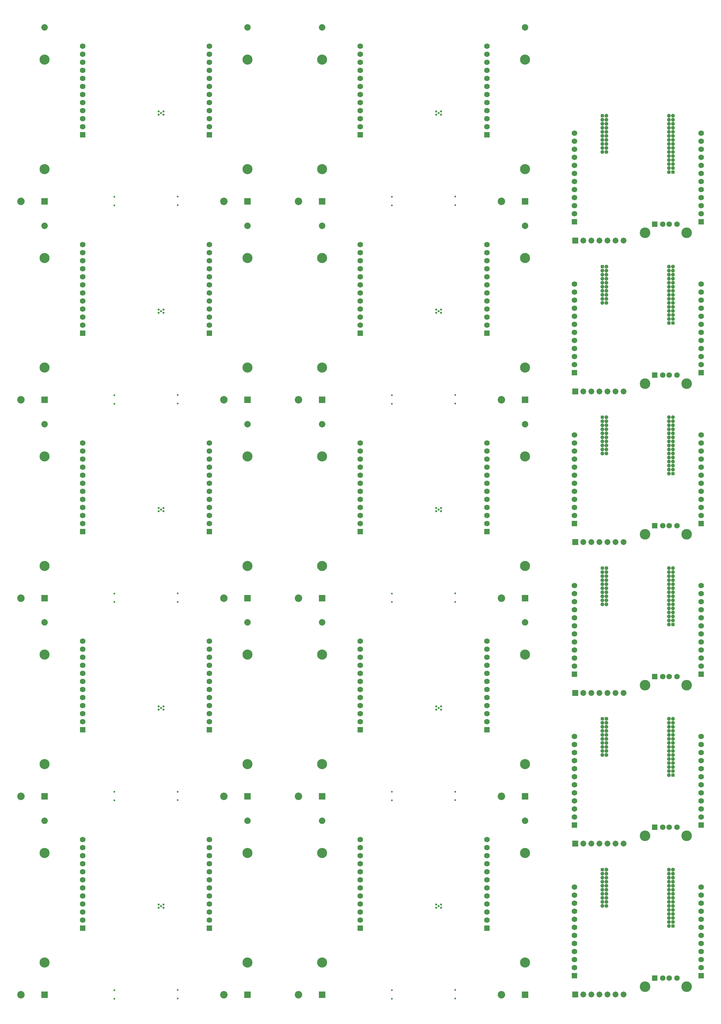
<source format=gbr>
G75*
G70*
%OFA0B0*%
%FSLAX25Y25*%
%IPPOS*%
%LPD*%
%AMOC8*
5,1,8,0,0,1.08239X$1,22.5*
%
%ADD10R,0.06930X0.06930*%
%ADD13C,0.02520*%
%ADD14C,0.02360*%
%ADD24R,0.07240X0.07240*%
%ADD30C,0.06850*%
%ADD34R,0.08030X0.08030*%
%ADD41C,0.07240*%
%ADD44C,0.06930*%
%ADD45C,0.08030*%
%ADD47R,0.06850X0.06850*%
%ADD54C,0.09290*%
%ADD61C,0.12520*%
%ADD69R,0.04490X0.04490*%
%ADD72C,0.04880*%
%ADD76C,0.13150*%
X0000000Y0000000D02*
G75*
G01*
%LPD*%
D34*
X0041340Y0010900D03*
D45*
X0041340Y0226890D03*
D61*
X0041340Y0050900D03*
X0041340Y0186890D03*
D54*
X0011930Y0010900D03*
D10*
X0088590Y0093540D03*
D44*
X0088590Y0103540D03*
X0088590Y0113540D03*
X0088590Y0123540D03*
X0088590Y0133540D03*
X0088590Y0143540D03*
X0088590Y0153540D03*
X0088590Y0163540D03*
X0088590Y0173540D03*
X0088590Y0183540D03*
X0088590Y0193540D03*
X0088590Y0203540D03*
D10*
X0246070Y0093540D03*
D44*
X0246070Y0103540D03*
X0246070Y0113540D03*
X0246070Y0123540D03*
X0246070Y0133540D03*
X0246070Y0143540D03*
X0246070Y0153540D03*
X0246070Y0163540D03*
X0246070Y0173540D03*
X0246070Y0183540D03*
X0246070Y0193540D03*
X0246070Y0203540D03*
D13*
X0183030Y0122700D03*
X0183030Y0118770D03*
X0188940Y0122700D03*
X0185990Y0120740D03*
X0188940Y0118770D03*
D14*
X0206700Y0016810D03*
X0206700Y0006180D03*
X0127960Y0016620D03*
X0127960Y0005990D03*
D34*
X0293310Y0010900D03*
D45*
X0293310Y0226890D03*
D61*
X0293310Y0050900D03*
X0293310Y0186890D03*
D54*
X0263900Y0010900D03*
X0000000Y0246200D02*
G75*
G01*
%LPD*%
D34*
X0041340Y0257100D03*
D45*
X0041340Y0473090D03*
D61*
X0041340Y0297100D03*
X0041340Y0433090D03*
D54*
X0011930Y0257100D03*
D10*
X0088590Y0339740D03*
D44*
X0088590Y0349740D03*
X0088590Y0359740D03*
X0088590Y0369740D03*
X0088590Y0379740D03*
X0088590Y0389740D03*
X0088590Y0399740D03*
X0088590Y0409740D03*
X0088590Y0419740D03*
X0088590Y0429740D03*
X0088590Y0439740D03*
X0088590Y0449740D03*
D10*
X0246070Y0339740D03*
D44*
X0246070Y0349740D03*
X0246070Y0359740D03*
X0246070Y0369740D03*
X0246070Y0379740D03*
X0246070Y0389740D03*
X0246070Y0399740D03*
X0246070Y0409740D03*
X0246070Y0419740D03*
X0246070Y0429740D03*
X0246070Y0439740D03*
X0246070Y0449740D03*
D13*
X0183030Y0368900D03*
X0183030Y0364970D03*
X0188940Y0368900D03*
X0185990Y0366940D03*
X0188940Y0364970D03*
D14*
X0206700Y0263010D03*
X0206700Y0252380D03*
X0127960Y0262820D03*
X0127960Y0252190D03*
D34*
X0293310Y0257100D03*
D45*
X0293310Y0473090D03*
D61*
X0293310Y0297100D03*
X0293310Y0433090D03*
D54*
X0263900Y0257100D03*
X0344700Y0000000D02*
G75*
G01*
%LPD*%
D34*
X0386040Y0010900D03*
D45*
X0386040Y0226890D03*
D61*
X0386040Y0050900D03*
X0386040Y0186890D03*
D54*
X0356630Y0010900D03*
D10*
X0433290Y0093540D03*
D44*
X0433290Y0103540D03*
X0433290Y0113540D03*
X0433290Y0123540D03*
X0433290Y0133540D03*
X0433290Y0143540D03*
X0433290Y0153540D03*
X0433290Y0163540D03*
X0433290Y0173540D03*
X0433290Y0183540D03*
X0433290Y0193540D03*
X0433290Y0203540D03*
D10*
X0590770Y0093540D03*
D44*
X0590770Y0103540D03*
X0590770Y0113540D03*
X0590770Y0123540D03*
X0590770Y0133540D03*
X0590770Y0143540D03*
X0590770Y0153540D03*
X0590770Y0163540D03*
X0590770Y0173540D03*
X0590770Y0183540D03*
X0590770Y0193540D03*
X0590770Y0203540D03*
D13*
X0527730Y0122700D03*
X0527730Y0118770D03*
X0533640Y0122700D03*
X0530690Y0120740D03*
X0533640Y0118770D03*
D14*
X0551400Y0016810D03*
X0551400Y0006180D03*
X0472660Y0016620D03*
X0472660Y0005990D03*
D34*
X0638010Y0010900D03*
D45*
X0638010Y0226890D03*
D61*
X0638010Y0050900D03*
X0638010Y0186890D03*
D54*
X0608600Y0010900D03*
X0689300Y0000000D02*
G75*
G01*
%LPD*%
D10*
X0699140Y0034490D03*
D44*
X0699140Y0044490D03*
X0699140Y0054490D03*
X0699140Y0064490D03*
X0699140Y0074490D03*
X0699140Y0084490D03*
X0699140Y0094490D03*
X0699140Y0104490D03*
X0699140Y0114490D03*
X0699140Y0124490D03*
X0699140Y0134490D03*
X0699140Y0144490D03*
D10*
X0856620Y0034490D03*
D44*
X0856620Y0044490D03*
X0856620Y0054490D03*
X0856620Y0064490D03*
X0856620Y0074490D03*
X0856620Y0084490D03*
X0856620Y0094490D03*
X0856620Y0104490D03*
X0856620Y0114490D03*
X0856620Y0124490D03*
X0856620Y0134490D03*
X0856620Y0144490D03*
D47*
X0799100Y0031620D03*
D30*
X0808950Y0031620D03*
X0816820Y0031620D03*
X0826660Y0031620D03*
D76*
X0787020Y0020990D03*
X0838750Y0020990D03*
D24*
X0700380Y0011240D03*
D41*
X0710380Y0011240D03*
X0720380Y0011240D03*
X0730380Y0011240D03*
X0740380Y0011240D03*
X0750380Y0011240D03*
X0760380Y0011240D03*
D69*
X0821780Y0096240D03*
D72*
X0821780Y0101240D03*
X0821780Y0106240D03*
X0821780Y0111240D03*
X0821780Y0116240D03*
X0821780Y0121240D03*
X0821780Y0126240D03*
X0821780Y0131240D03*
X0821780Y0136240D03*
X0821780Y0141240D03*
X0821780Y0146240D03*
X0821780Y0151240D03*
X0821780Y0156240D03*
X0821780Y0161240D03*
X0821780Y0166240D03*
X0816780Y0096240D03*
X0816780Y0101240D03*
X0816780Y0106240D03*
X0816780Y0111240D03*
X0816780Y0116240D03*
X0816780Y0121240D03*
X0816780Y0126240D03*
X0816780Y0131240D03*
X0816780Y0136240D03*
X0816780Y0141240D03*
X0816780Y0146240D03*
X0816780Y0151240D03*
X0816780Y0156240D03*
X0816780Y0161240D03*
X0816780Y0166240D03*
X0738990Y0121320D03*
X0738990Y0126320D03*
X0738990Y0131320D03*
X0738990Y0136320D03*
X0738990Y0141320D03*
X0738990Y0146320D03*
X0738990Y0151320D03*
X0738990Y0156320D03*
X0738990Y0161320D03*
X0738990Y0166320D03*
X0733990Y0121320D03*
X0733990Y0126320D03*
X0733990Y0131320D03*
X0733990Y0136320D03*
X0733990Y0141320D03*
X0733990Y0146320D03*
X0733990Y0151320D03*
X0733990Y0156320D03*
X0733990Y0161320D03*
D69*
X0733990Y0166320D03*
X0000000Y0492400D02*
G75*
G01*
%LPD*%
D34*
X0041340Y0503300D03*
D45*
X0041340Y0719290D03*
D61*
X0041340Y0543300D03*
X0041340Y0679290D03*
D54*
X0011930Y0503300D03*
D10*
X0088590Y0585940D03*
D44*
X0088590Y0595940D03*
X0088590Y0605940D03*
X0088590Y0615940D03*
X0088590Y0625940D03*
X0088590Y0635940D03*
X0088590Y0645940D03*
X0088590Y0655940D03*
X0088590Y0665940D03*
X0088590Y0675940D03*
X0088590Y0685940D03*
X0088590Y0695940D03*
D10*
X0246070Y0585940D03*
D44*
X0246070Y0595940D03*
X0246070Y0605940D03*
X0246070Y0615940D03*
X0246070Y0625940D03*
X0246070Y0635940D03*
X0246070Y0645940D03*
X0246070Y0655940D03*
X0246070Y0665940D03*
X0246070Y0675940D03*
X0246070Y0685940D03*
X0246070Y0695940D03*
D13*
X0183030Y0615100D03*
X0183030Y0611170D03*
X0188940Y0615100D03*
X0185990Y0613140D03*
X0188940Y0611170D03*
D14*
X0206700Y0509210D03*
X0206700Y0498580D03*
X0127960Y0509020D03*
X0127960Y0498390D03*
D34*
X0293310Y0503300D03*
D45*
X0293310Y0719290D03*
D61*
X0293310Y0543300D03*
X0293310Y0679290D03*
D54*
X0263900Y0503300D03*
X0344700Y0246200D02*
G75*
G01*
%LPD*%
D34*
X0386040Y0257100D03*
D45*
X0386040Y0473090D03*
D61*
X0386040Y0297100D03*
X0386040Y0433090D03*
D54*
X0356630Y0257100D03*
D10*
X0433290Y0339740D03*
D44*
X0433290Y0349740D03*
X0433290Y0359740D03*
X0433290Y0369740D03*
X0433290Y0379740D03*
X0433290Y0389740D03*
X0433290Y0399740D03*
X0433290Y0409740D03*
X0433290Y0419740D03*
X0433290Y0429740D03*
X0433290Y0439740D03*
X0433290Y0449740D03*
D10*
X0590770Y0339740D03*
D44*
X0590770Y0349740D03*
X0590770Y0359740D03*
X0590770Y0369740D03*
X0590770Y0379740D03*
X0590770Y0389740D03*
X0590770Y0399740D03*
X0590770Y0409740D03*
X0590770Y0419740D03*
X0590770Y0429740D03*
X0590770Y0439740D03*
X0590770Y0449740D03*
D13*
X0527730Y0368900D03*
X0527730Y0364970D03*
X0533640Y0368900D03*
X0530690Y0366940D03*
X0533640Y0364970D03*
D14*
X0551400Y0263010D03*
X0551400Y0252380D03*
X0472660Y0262820D03*
X0472660Y0252190D03*
D34*
X0638010Y0257100D03*
D45*
X0638010Y0473090D03*
D61*
X0638010Y0297100D03*
X0638010Y0433090D03*
D54*
X0608600Y0257100D03*
X0000000Y0738700D02*
G75*
G01*
%LPD*%
D34*
X0041340Y0749600D03*
D45*
X0041340Y0965590D03*
D61*
X0041340Y0789600D03*
X0041340Y0925590D03*
D54*
X0011930Y0749600D03*
D10*
X0088590Y0832240D03*
D44*
X0088590Y0842240D03*
X0088590Y0852240D03*
X0088590Y0862240D03*
X0088590Y0872240D03*
X0088590Y0882240D03*
X0088590Y0892240D03*
X0088590Y0902240D03*
X0088590Y0912240D03*
X0088590Y0922240D03*
X0088590Y0932240D03*
X0088590Y0942240D03*
D10*
X0246070Y0832240D03*
D44*
X0246070Y0842240D03*
X0246070Y0852240D03*
X0246070Y0862240D03*
X0246070Y0872240D03*
X0246070Y0882240D03*
X0246070Y0892240D03*
X0246070Y0902240D03*
X0246070Y0912240D03*
X0246070Y0922240D03*
X0246070Y0932240D03*
X0246070Y0942240D03*
D13*
X0183030Y0861400D03*
X0183030Y0857470D03*
X0188940Y0861400D03*
X0185990Y0859440D03*
X0188940Y0857470D03*
D14*
X0206700Y0755510D03*
X0206700Y0744880D03*
X0127960Y0755320D03*
X0127960Y0744690D03*
D34*
X0293310Y0749600D03*
D45*
X0293310Y0965590D03*
D61*
X0293310Y0789600D03*
X0293310Y0925590D03*
D54*
X0263900Y0749600D03*
X0344700Y0492400D02*
G75*
G01*
%LPD*%
D34*
X0386040Y0503300D03*
D45*
X0386040Y0719290D03*
D61*
X0386040Y0543300D03*
X0386040Y0679290D03*
D54*
X0356630Y0503300D03*
D10*
X0433290Y0585940D03*
D44*
X0433290Y0595940D03*
X0433290Y0605940D03*
X0433290Y0615940D03*
X0433290Y0625940D03*
X0433290Y0635940D03*
X0433290Y0645940D03*
X0433290Y0655940D03*
X0433290Y0665940D03*
X0433290Y0675940D03*
X0433290Y0685940D03*
X0433290Y0695940D03*
D10*
X0590770Y0585940D03*
D44*
X0590770Y0595940D03*
X0590770Y0605940D03*
X0590770Y0615940D03*
X0590770Y0625940D03*
X0590770Y0635940D03*
X0590770Y0645940D03*
X0590770Y0655940D03*
X0590770Y0665940D03*
X0590770Y0675940D03*
X0590770Y0685940D03*
X0590770Y0695940D03*
D13*
X0527730Y0615100D03*
X0527730Y0611170D03*
X0533640Y0615100D03*
X0530690Y0613140D03*
X0533640Y0611170D03*
D14*
X0551400Y0509210D03*
X0551400Y0498580D03*
X0472660Y0509020D03*
X0472660Y0498390D03*
D34*
X0638010Y0503300D03*
D45*
X0638010Y0719290D03*
D61*
X0638010Y0543300D03*
X0638010Y0679290D03*
D54*
X0608600Y0503300D03*
X0689300Y0187200D02*
G75*
G01*
%LPD*%
D10*
X0699140Y0221690D03*
D44*
X0699140Y0231690D03*
X0699140Y0241690D03*
X0699140Y0251690D03*
X0699140Y0261690D03*
X0699140Y0271690D03*
X0699140Y0281690D03*
X0699140Y0291690D03*
X0699140Y0301690D03*
X0699140Y0311690D03*
X0699140Y0321690D03*
X0699140Y0331690D03*
D10*
X0856620Y0221690D03*
D44*
X0856620Y0231690D03*
X0856620Y0241690D03*
X0856620Y0251690D03*
X0856620Y0261690D03*
X0856620Y0271690D03*
X0856620Y0281690D03*
X0856620Y0291690D03*
X0856620Y0301690D03*
X0856620Y0311690D03*
X0856620Y0321690D03*
X0856620Y0331690D03*
D47*
X0799100Y0218820D03*
D30*
X0808950Y0218820D03*
X0816820Y0218820D03*
X0826660Y0218820D03*
D76*
X0787020Y0208190D03*
X0838750Y0208190D03*
D24*
X0700380Y0198440D03*
D41*
X0710380Y0198440D03*
X0720380Y0198440D03*
X0730380Y0198440D03*
X0740380Y0198440D03*
X0750380Y0198440D03*
X0760380Y0198440D03*
D69*
X0821780Y0283440D03*
D72*
X0821780Y0288440D03*
X0821780Y0293440D03*
X0821780Y0298440D03*
X0821780Y0303440D03*
X0821780Y0308440D03*
X0821780Y0313440D03*
X0821780Y0318440D03*
X0821780Y0323440D03*
X0821780Y0328440D03*
X0821780Y0333440D03*
X0821780Y0338440D03*
X0821780Y0343440D03*
X0821780Y0348440D03*
X0821780Y0353440D03*
X0816780Y0283440D03*
X0816780Y0288440D03*
X0816780Y0293440D03*
X0816780Y0298440D03*
X0816780Y0303440D03*
X0816780Y0308440D03*
X0816780Y0313440D03*
X0816780Y0318440D03*
X0816780Y0323440D03*
X0816780Y0328440D03*
X0816780Y0333440D03*
X0816780Y0338440D03*
X0816780Y0343440D03*
X0816780Y0348440D03*
X0816780Y0353440D03*
X0738990Y0308520D03*
X0738990Y0313520D03*
X0738990Y0318520D03*
X0738990Y0323520D03*
X0738990Y0328520D03*
X0738990Y0333520D03*
X0738990Y0338520D03*
X0738990Y0343520D03*
X0738990Y0348520D03*
X0738990Y0353520D03*
X0733990Y0308520D03*
X0733990Y0313520D03*
X0733990Y0318520D03*
X0733990Y0323520D03*
X0733990Y0328520D03*
X0733990Y0333520D03*
X0733990Y0338520D03*
X0733990Y0343520D03*
X0733990Y0348520D03*
D69*
X0733990Y0353520D03*
X0344700Y0738700D02*
G75*
G01*
%LPD*%
D34*
X0386040Y0749600D03*
D45*
X0386040Y0965590D03*
D61*
X0386040Y0789600D03*
X0386040Y0925590D03*
D54*
X0356630Y0749600D03*
D10*
X0433290Y0832240D03*
D44*
X0433290Y0842240D03*
X0433290Y0852240D03*
X0433290Y0862240D03*
X0433290Y0872240D03*
X0433290Y0882240D03*
X0433290Y0892240D03*
X0433290Y0902240D03*
X0433290Y0912240D03*
X0433290Y0922240D03*
X0433290Y0932240D03*
X0433290Y0942240D03*
D10*
X0590770Y0832240D03*
D44*
X0590770Y0842240D03*
X0590770Y0852240D03*
X0590770Y0862240D03*
X0590770Y0872240D03*
X0590770Y0882240D03*
X0590770Y0892240D03*
X0590770Y0902240D03*
X0590770Y0912240D03*
X0590770Y0922240D03*
X0590770Y0932240D03*
X0590770Y0942240D03*
D13*
X0527730Y0861400D03*
X0527730Y0857470D03*
X0533640Y0861400D03*
X0530690Y0859440D03*
X0533640Y0857470D03*
D14*
X0551400Y0755510D03*
X0551400Y0744880D03*
X0472660Y0755320D03*
X0472660Y0744690D03*
D34*
X0638010Y0749600D03*
D45*
X0638010Y0965590D03*
D61*
X0638010Y0789600D03*
X0638010Y0925590D03*
D54*
X0608600Y0749600D03*
X0689300Y0374300D02*
G75*
G01*
%LPD*%
D10*
X0699140Y0408790D03*
D44*
X0699140Y0418790D03*
X0699140Y0428790D03*
X0699140Y0438790D03*
X0699140Y0448790D03*
X0699140Y0458790D03*
X0699140Y0468790D03*
X0699140Y0478790D03*
X0699140Y0488790D03*
X0699140Y0498790D03*
X0699140Y0508790D03*
X0699140Y0518790D03*
D10*
X0856620Y0408790D03*
D44*
X0856620Y0418790D03*
X0856620Y0428790D03*
X0856620Y0438790D03*
X0856620Y0448790D03*
X0856620Y0458790D03*
X0856620Y0468790D03*
X0856620Y0478790D03*
X0856620Y0488790D03*
X0856620Y0498790D03*
X0856620Y0508790D03*
X0856620Y0518790D03*
D47*
X0799100Y0405920D03*
D30*
X0808950Y0405920D03*
X0816820Y0405920D03*
X0826660Y0405920D03*
D76*
X0787020Y0395290D03*
X0838750Y0395290D03*
D24*
X0700380Y0385540D03*
D41*
X0710380Y0385540D03*
X0720380Y0385540D03*
X0730380Y0385540D03*
X0740380Y0385540D03*
X0750380Y0385540D03*
X0760380Y0385540D03*
D69*
X0821780Y0470540D03*
D72*
X0821780Y0475540D03*
X0821780Y0480540D03*
X0821780Y0485540D03*
X0821780Y0490540D03*
X0821780Y0495540D03*
X0821780Y0500540D03*
X0821780Y0505540D03*
X0821780Y0510540D03*
X0821780Y0515540D03*
X0821780Y0520540D03*
X0821780Y0525540D03*
X0821780Y0530540D03*
X0821780Y0535540D03*
X0821780Y0540540D03*
X0816780Y0470540D03*
X0816780Y0475540D03*
X0816780Y0480540D03*
X0816780Y0485540D03*
X0816780Y0490540D03*
X0816780Y0495540D03*
X0816780Y0500540D03*
X0816780Y0505540D03*
X0816780Y0510540D03*
X0816780Y0515540D03*
X0816780Y0520540D03*
X0816780Y0525540D03*
X0816780Y0530540D03*
X0816780Y0535540D03*
X0816780Y0540540D03*
X0738990Y0495620D03*
X0738990Y0500620D03*
X0738990Y0505620D03*
X0738990Y0510620D03*
X0738990Y0515620D03*
X0738990Y0520620D03*
X0738990Y0525620D03*
X0738990Y0530620D03*
X0738990Y0535620D03*
X0738990Y0540620D03*
X0733990Y0495620D03*
X0733990Y0500620D03*
X0733990Y0505620D03*
X0733990Y0510620D03*
X0733990Y0515620D03*
X0733990Y0520620D03*
X0733990Y0525620D03*
X0733990Y0530620D03*
X0733990Y0535620D03*
D69*
X0733990Y0540620D03*
X0689300Y0561500D02*
G75*
G01*
%LPD*%
D10*
X0699140Y0595990D03*
D44*
X0699140Y0605990D03*
X0699140Y0615990D03*
X0699140Y0625990D03*
X0699140Y0635990D03*
X0699140Y0645990D03*
X0699140Y0655990D03*
X0699140Y0665990D03*
X0699140Y0675990D03*
X0699140Y0685990D03*
X0699140Y0695990D03*
X0699140Y0705990D03*
D10*
X0856620Y0595990D03*
D44*
X0856620Y0605990D03*
X0856620Y0615990D03*
X0856620Y0625990D03*
X0856620Y0635990D03*
X0856620Y0645990D03*
X0856620Y0655990D03*
X0856620Y0665990D03*
X0856620Y0675990D03*
X0856620Y0685990D03*
X0856620Y0695990D03*
X0856620Y0705990D03*
D47*
X0799100Y0593120D03*
D30*
X0808950Y0593120D03*
X0816820Y0593120D03*
X0826660Y0593120D03*
D76*
X0787020Y0582490D03*
X0838750Y0582490D03*
D24*
X0700380Y0572740D03*
D41*
X0710380Y0572740D03*
X0720380Y0572740D03*
X0730380Y0572740D03*
X0740380Y0572740D03*
X0750380Y0572740D03*
X0760380Y0572740D03*
D69*
X0821780Y0657740D03*
D72*
X0821780Y0662740D03*
X0821780Y0667740D03*
X0821780Y0672740D03*
X0821780Y0677740D03*
X0821780Y0682740D03*
X0821780Y0687740D03*
X0821780Y0692740D03*
X0821780Y0697740D03*
X0821780Y0702740D03*
X0821780Y0707740D03*
X0821780Y0712740D03*
X0821780Y0717740D03*
X0821780Y0722740D03*
X0821780Y0727740D03*
X0816780Y0657740D03*
X0816780Y0662740D03*
X0816780Y0667740D03*
X0816780Y0672740D03*
X0816780Y0677740D03*
X0816780Y0682740D03*
X0816780Y0687740D03*
X0816780Y0692740D03*
X0816780Y0697740D03*
X0816780Y0702740D03*
X0816780Y0707740D03*
X0816780Y0712740D03*
X0816780Y0717740D03*
X0816780Y0722740D03*
X0816780Y0727740D03*
X0738990Y0682820D03*
X0738990Y0687820D03*
X0738990Y0692820D03*
X0738990Y0697820D03*
X0738990Y0702820D03*
X0738990Y0707820D03*
X0738990Y0712820D03*
X0738990Y0717820D03*
X0738990Y0722820D03*
X0738990Y0727820D03*
X0733990Y0682820D03*
X0733990Y0687820D03*
X0733990Y0692820D03*
X0733990Y0697820D03*
X0733990Y0702820D03*
X0733990Y0707820D03*
X0733990Y0712820D03*
X0733990Y0717820D03*
X0733990Y0722820D03*
D69*
X0733990Y0727820D03*
X0000000Y0984900D02*
G75*
G01*
%LPD*%
D34*
X0041340Y0995800D03*
D45*
X0041340Y1211790D03*
D61*
X0041340Y1035800D03*
X0041340Y1171790D03*
D54*
X0011930Y0995800D03*
D10*
X0088590Y1078440D03*
D44*
X0088590Y1088440D03*
X0088590Y1098440D03*
X0088590Y1108440D03*
X0088590Y1118440D03*
X0088590Y1128440D03*
X0088590Y1138440D03*
X0088590Y1148440D03*
X0088590Y1158440D03*
X0088590Y1168440D03*
X0088590Y1178440D03*
X0088590Y1188440D03*
D10*
X0246070Y1078440D03*
D44*
X0246070Y1088440D03*
X0246070Y1098440D03*
X0246070Y1108440D03*
X0246070Y1118440D03*
X0246070Y1128440D03*
X0246070Y1138440D03*
X0246070Y1148440D03*
X0246070Y1158440D03*
X0246070Y1168440D03*
X0246070Y1178440D03*
X0246070Y1188440D03*
D13*
X0183030Y1107600D03*
X0183030Y1103670D03*
X0188940Y1107600D03*
X0185990Y1105640D03*
X0188940Y1103670D03*
D14*
X0206700Y1001710D03*
X0206700Y0991080D03*
X0127960Y1001520D03*
X0127960Y0990890D03*
D34*
X0293310Y0995800D03*
D45*
X0293310Y1211790D03*
D61*
X0293310Y1035800D03*
X0293310Y1171790D03*
D54*
X0263900Y0995800D03*
X0344700Y0984900D02*
G75*
G01*
%LPD*%
D34*
X0386040Y0995800D03*
D45*
X0386040Y1211790D03*
D61*
X0386040Y1035800D03*
X0386040Y1171790D03*
D54*
X0356630Y0995800D03*
D10*
X0433290Y1078440D03*
D44*
X0433290Y1088440D03*
X0433290Y1098440D03*
X0433290Y1108440D03*
X0433290Y1118440D03*
X0433290Y1128440D03*
X0433290Y1138440D03*
X0433290Y1148440D03*
X0433290Y1158440D03*
X0433290Y1168440D03*
X0433290Y1178440D03*
X0433290Y1188440D03*
D10*
X0590770Y1078440D03*
D44*
X0590770Y1088440D03*
X0590770Y1098440D03*
X0590770Y1108440D03*
X0590770Y1118440D03*
X0590770Y1128440D03*
X0590770Y1138440D03*
X0590770Y1148440D03*
X0590770Y1158440D03*
X0590770Y1168440D03*
X0590770Y1178440D03*
X0590770Y1188440D03*
D13*
X0527730Y1107600D03*
X0527730Y1103670D03*
X0533640Y1107600D03*
X0530690Y1105640D03*
X0533640Y1103670D03*
D14*
X0551400Y1001710D03*
X0551400Y0991080D03*
X0472660Y1001520D03*
X0472660Y0990890D03*
D34*
X0638010Y0995800D03*
D45*
X0638010Y1211790D03*
D61*
X0638010Y1035800D03*
X0638010Y1171790D03*
D54*
X0608600Y0995800D03*
X0689300Y0748700D02*
G75*
G01*
%LPD*%
D10*
X0699140Y0783190D03*
D44*
X0699140Y0793190D03*
X0699140Y0803190D03*
X0699140Y0813190D03*
X0699140Y0823190D03*
X0699140Y0833190D03*
X0699140Y0843190D03*
X0699140Y0853190D03*
X0699140Y0863190D03*
X0699140Y0873190D03*
X0699140Y0883190D03*
X0699140Y0893190D03*
D10*
X0856620Y0783190D03*
D44*
X0856620Y0793190D03*
X0856620Y0803190D03*
X0856620Y0813190D03*
X0856620Y0823190D03*
X0856620Y0833190D03*
X0856620Y0843190D03*
X0856620Y0853190D03*
X0856620Y0863190D03*
X0856620Y0873190D03*
X0856620Y0883190D03*
X0856620Y0893190D03*
D47*
X0799100Y0780320D03*
D30*
X0808950Y0780320D03*
X0816820Y0780320D03*
X0826660Y0780320D03*
D76*
X0787020Y0769690D03*
X0838750Y0769690D03*
D24*
X0700380Y0759940D03*
D41*
X0710380Y0759940D03*
X0720380Y0759940D03*
X0730380Y0759940D03*
X0740380Y0759940D03*
X0750380Y0759940D03*
X0760380Y0759940D03*
D69*
X0821780Y0844940D03*
D72*
X0821780Y0849940D03*
X0821780Y0854940D03*
X0821780Y0859940D03*
X0821780Y0864940D03*
X0821780Y0869940D03*
X0821780Y0874940D03*
X0821780Y0879940D03*
X0821780Y0884940D03*
X0821780Y0889940D03*
X0821780Y0894940D03*
X0821780Y0899940D03*
X0821780Y0904940D03*
X0821780Y0909940D03*
X0821780Y0914940D03*
X0816780Y0844940D03*
X0816780Y0849940D03*
X0816780Y0854940D03*
X0816780Y0859940D03*
X0816780Y0864940D03*
X0816780Y0869940D03*
X0816780Y0874940D03*
X0816780Y0879940D03*
X0816780Y0884940D03*
X0816780Y0889940D03*
X0816780Y0894940D03*
X0816780Y0899940D03*
X0816780Y0904940D03*
X0816780Y0909940D03*
X0816780Y0914940D03*
X0738990Y0870020D03*
X0738990Y0875020D03*
X0738990Y0880020D03*
X0738990Y0885020D03*
X0738990Y0890020D03*
X0738990Y0895020D03*
X0738990Y0900020D03*
X0738990Y0905020D03*
X0738990Y0910020D03*
X0738990Y0915020D03*
X0733990Y0870020D03*
X0733990Y0875020D03*
X0733990Y0880020D03*
X0733990Y0885020D03*
X0733990Y0890020D03*
X0733990Y0895020D03*
X0733990Y0900020D03*
X0733990Y0905020D03*
X0733990Y0910020D03*
D69*
X0733990Y0915020D03*
X0689300Y0935900D02*
G75*
G01*
%LPD*%
D10*
X0699140Y0970390D03*
D44*
X0699140Y0980390D03*
X0699140Y0990390D03*
X0699140Y1000390D03*
X0699140Y1010390D03*
X0699140Y1020390D03*
X0699140Y1030390D03*
X0699140Y1040390D03*
X0699140Y1050390D03*
X0699140Y1060390D03*
X0699140Y1070390D03*
X0699140Y1080390D03*
D10*
X0856620Y0970390D03*
D44*
X0856620Y0980390D03*
X0856620Y0990390D03*
X0856620Y1000390D03*
X0856620Y1010390D03*
X0856620Y1020390D03*
X0856620Y1030390D03*
X0856620Y1040390D03*
X0856620Y1050390D03*
X0856620Y1060390D03*
X0856620Y1070390D03*
X0856620Y1080390D03*
D47*
X0799100Y0967520D03*
D30*
X0808950Y0967520D03*
X0816820Y0967520D03*
X0826660Y0967520D03*
D76*
X0787020Y0956890D03*
X0838750Y0956890D03*
D24*
X0700380Y0947140D03*
D41*
X0710380Y0947140D03*
X0720380Y0947140D03*
X0730380Y0947140D03*
X0740380Y0947140D03*
X0750380Y0947140D03*
X0760380Y0947140D03*
D69*
X0821780Y1032140D03*
D72*
X0821780Y1037140D03*
X0821780Y1042140D03*
X0821780Y1047140D03*
X0821780Y1052140D03*
X0821780Y1057140D03*
X0821780Y1062140D03*
X0821780Y1067140D03*
X0821780Y1072140D03*
X0821780Y1077140D03*
X0821780Y1082140D03*
X0821780Y1087140D03*
X0821780Y1092140D03*
X0821780Y1097140D03*
X0821780Y1102140D03*
X0816780Y1032140D03*
X0816780Y1037140D03*
X0816780Y1042140D03*
X0816780Y1047140D03*
X0816780Y1052140D03*
X0816780Y1057140D03*
X0816780Y1062140D03*
X0816780Y1067140D03*
X0816780Y1072140D03*
X0816780Y1077140D03*
X0816780Y1082140D03*
X0816780Y1087140D03*
X0816780Y1092140D03*
X0816780Y1097140D03*
X0816780Y1102140D03*
X0738990Y1057220D03*
X0738990Y1062220D03*
X0738990Y1067220D03*
X0738990Y1072220D03*
X0738990Y1077220D03*
X0738990Y1082220D03*
X0738990Y1087220D03*
X0738990Y1092220D03*
X0738990Y1097220D03*
X0738990Y1102220D03*
X0733990Y1057220D03*
X0733990Y1062220D03*
X0733990Y1067220D03*
X0733990Y1072220D03*
X0733990Y1077220D03*
X0733990Y1082220D03*
X0733990Y1087220D03*
X0733990Y1092220D03*
X0733990Y1097220D03*
D69*
X0733990Y1102220D03*
M02*

</source>
